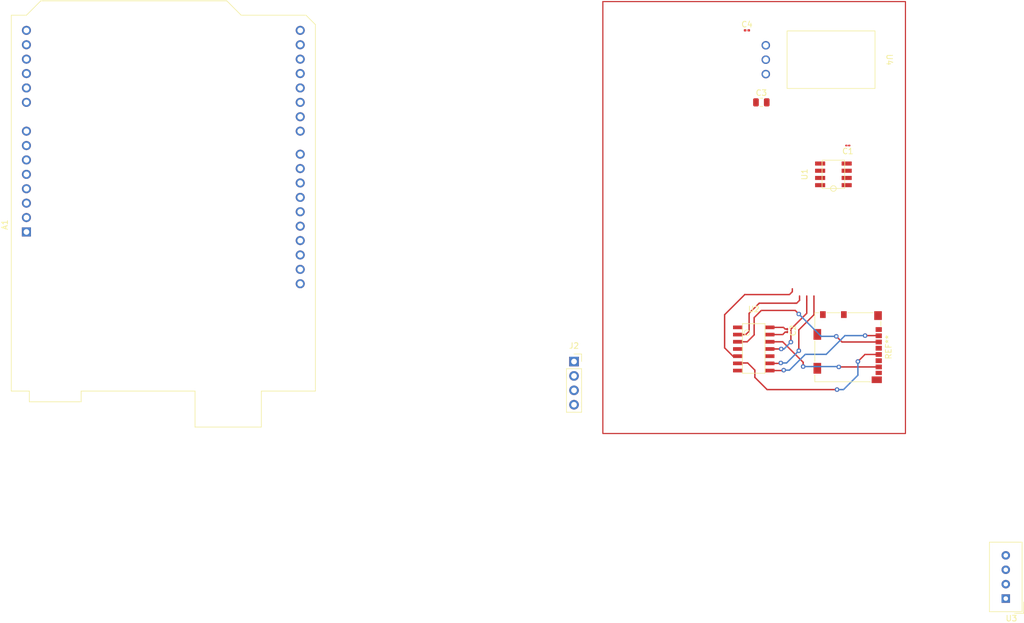
<source format=kicad_pcb>
(kicad_pcb (version 20211014) (generator pcbnew)
  (layers (0 "F.Cu" signal) (31 "B.Cu" signal) (34 "B.Paste" user) (35 "F.Paste" user) (36 "B.SilkS" user "B.Silkscreen") (37 "F.SilkS" user "F.Silkscreen") (38 "B.Mask" user) (39 "F.Mask" user) (44 "Edge.Cuts" user))
  (net 0 "")
  (net 17 "Net-(A1-Pad17)")
  (net 18 "Net-(A1-Pad18)")
  (net 19 "Net-(A1-Pad19)")
  (net 24 "/CS_SD")
  (net 25 "/CS_Thermo")
  (net 26 "/MOSI")
  (net 27 "/MISO")
  (net 28 "/SCK")
  (net 33 "+5V")
  (net 35 "GND")
  (net 36 "Dat2")
  (net 37 "CD")
  (net 38 "CMD")
  (net 39 "+3.3V")
  (net 40 "CLK")
  (net 41 "DAT0")
  (net 42 "DAT1")
  (net 43 "DET1")
  (net 44 "DET0")
  (footprint "Module:Arduino_UNO_R3" (layer "F.Cu") (at 58.42 76.2 90)
    (fp_text reference "A1" (at 1.27 -3.81 90) (layer "F.SilkS"))
    (fp_text value "Arduino_UNO_R3")
    (fp_line (start -34.42 29.72) (end -34.42 41.4) (layer "F.SilkS") (width 0.12))
    (fp_line (start -28.07 -2.67) (end -28.07 0.51) (layer "F.SilkS") (width 0.12))
    (fp_line (start 38.23 49.28) (end 38.23 37.85) (layer "F.SilkS") (width 0.12))
    (fp_line (start -28.07 9.65) (end -28.07 29.72) (layer "F.SilkS") (width 0.12))
    (fp_line (start 40.77 2.54) (end 38.23 0) (layer "F.SilkS") (width 0.12))
    (fp_line (start 40.77 35.31) (end 40.77 2.54) (layer "F.SilkS") (width 0.12))
    (fp_line (start -34.42 41.4) (end -28.07 41.4) (layer "F.SilkS") (width 0.12))
    (fp_line (start -28.07 50.93) (end 36.58 50.93) (layer "F.SilkS") (width 0.12))
    (fp_line (start 38.23 -2.67) (end -28.07 -2.67) (layer "F.SilkS") (width 0.12))
    (fp_line (start -28.07 29.72) (end -34.42 29.72) (layer "F.SilkS") (width 0.12))
    (fp_line (start -29.97 9.65) (end -28.07 9.65) (layer "F.SilkS") (width 0.12))
    (fp_line (start 38.23 37.85) (end 40.77 35.31) (layer "F.SilkS") (width 0.12))
    (fp_line (start 38.23 0) (end 38.23 -2.67) (layer "F.SilkS") (width 0.12))
    (fp_line (start -29.97 0.51) (end -29.97 9.65) (layer "F.SilkS") (width 0.12))
    (fp_line (start -28.07 41.4) (end -28.07 50.93) (layer "F.SilkS") (width 0.12))
    (fp_line (start 36.58 50.93) (end 38.23 49.28) (layer "F.SilkS") (width 0.12))
    (fp_line (start -28.07 0.51) (end -29.97 0.51) (layer "F.SilkS") (width 0.12))
    (pad "1" thru_hole rect (at 0 0 180) (size 1.6 1.6) (drill 1) (layers *.Cu *.Mask))
    (pad "2" thru_hole oval (at 2.54 0 180) (size 1.6 1.6) (drill 1) (layers *.Cu *.Mask))
    (pad "3" thru_hole oval (at 5.08 0 180) (size 1.6 1.6) (drill 1) (layers *.Cu *.Mask))
    (pad "4" thru_hole oval (at 7.62 0 180) (size 1.6 1.6) (drill 1) (layers *.Cu *.Mask))
    (pad "5" thru_hole oval (at 10.16 0 180) (size 1.6 1.6) (drill 1) (layers *.Cu *.Mask))
    (pad "6" thru_hole oval (at 12.7 0 180) (size 1.6 1.6) (drill 1) (layers *.Cu *.Mask))
    (pad "7" thru_hole oval (at 15.24 0 180) (size 1.6 1.6) (drill 1) (layers *.Cu *.Mask))
    (pad "8" thru_hole oval (at 17.78 0 180) (size 1.6 1.6) (drill 1) (layers *.Cu *.Mask))
    (pad "9" thru_hole oval (at 22.86 0 180) (size 1.6 1.6) (drill 1) (layers *.Cu *.Mask))
    (pad "10" thru_hole oval (at 25.4 0 180) (size 1.6 1.6) (drill 1) (layers *.Cu *.Mask))
    (pad "11" thru_hole oval (at 27.94 0 180) (size 1.6 1.6) (drill 1) (layers *.Cu *.Mask))
    (pad "12" thru_hole oval (at 30.48 0 180) (size 1.6 1.6) (drill 1) (layers *.Cu *.Mask))
    (pad "13" thru_hole oval (at 33.02 0 180) (size 1.6 1.6) (drill 1) (layers *.Cu *.Mask))
    (pad "14" thru_hole oval (at 35.56 0 180) (size 1.6 1.6) (drill 1) (layers *.Cu *.Mask))
    (pad "15" thru_hole oval (at 35.56 48.26 180) (size 1.6 1.6) (drill 1) (layers *.Cu *.Mask))
    (pad "16" thru_hole oval (at 33.02 48.26 180) (size 1.6 1.6) (drill 1) (layers *.Cu *.Mask))
    (pad "17" thru_hole oval (at 30.48 48.26 180) (size 1.6 1.6) (drill 1) (layers *.Cu *.Mask) (net 17 "Net-(A1-Pad17)"))
    (pad "18" thru_hole oval (at 27.94 48.26 180) (size 1.6 1.6) (drill 1) (layers *.Cu *.Mask) (net 18 "Net-(A1-Pad18)"))
    (pad "19" thru_hole oval (at 25.4 48.26 180) (size 1.6 1.6) (drill 1) (layers *.Cu *.Mask) (net 19 "Net-(A1-Pad19)"))
    (pad "20" thru_hole oval (at 22.86 48.26 180) (size 1.6 1.6) (drill 1) (layers *.Cu *.Mask))
    (pad "21" thru_hole oval (at 20.32 48.26 180) (size 1.6 1.6) (drill 1) (layers *.Cu *.Mask))
    (pad "22" thru_hole oval (at 17.78 48.26 180) (size 1.6 1.6) (drill 1) (layers *.Cu *.Mask))
    (pad "23" thru_hole oval (at 13.72 48.26 180) (size 1.6 1.6) (drill 1) (layers *.Cu *.Mask))
    (pad "24" thru_hole oval (at 11.18 48.26 180) (size 1.6 1.6) (drill 1) (layers *.Cu *.Mask) (net 24 "/CS_SD"))
    (pad "25" thru_hole oval (at 8.64 48.26 180) (size 1.6 1.6) (drill 1) (layers *.Cu *.Mask) (net 25 "/CS_Thermo"))
    (pad "26" thru_hole oval (at 6.1 48.26 180) (size 1.6 1.6) (drill 1) (layers *.Cu *.Mask) (net 26 "/MOSI"))
    (pad "27" thru_hole oval (at 3.56 48.26 180) (size 1.6 1.6) (drill 1) (layers *.Cu *.Mask) (net 27 "/MISO"))
    (pad "28" thru_hole oval (at 1.02 48.26 180) (size 1.6 1.6) (drill 1) (layers *.Cu *.Mask) (net 28 "/SCK"))
    (pad "29" thru_hole oval (at -1.52 48.26 180) (size 1.6 1.6) (drill 1) (layers *.Cu *.Mask))
    (pad "30" thru_hole oval (at -4.06 48.26 180) (size 1.6 1.6) (drill 1) (layers *.Cu *.Mask))
    (pad "31" thru_hole oval (at -6.6 48.26 180) (size 1.6 1.6) (drill 1) (layers *.Cu *.Mask))
    (pad "32" thru_hole oval (at -9.14 48.26 180) (size 1.6 1.6) (drill 1) (layers *.Cu *.Mask))
  )
  (footprint "DrifterLibrary:LM3940" (layer "F.Cu") (at 207.995 40.735 -90)
    (fp_text reference "U4" (at 5.08 -2.54 -90 unlocked) (layer "F.SilkS"))
    (fp_text value "LM3940")
    (fp_rect (start 0 0) (end 10.16 15.5) (layer "F.SilkS") (width 0.12) (fill none))
    (pad "1" thru_hole circle (at 2.54 19.25 90) (size 1.5 1.5) (drill 1) (layers *.Cu *.Mask))
    (pad "2" thru_hole circle (at 5.08 19.25 90) (size 1.5 1.5) (drill 1) (layers *.Cu *.Mask))
    (pad "3" thru_hole circle (at 7.62 19.25 90) (size 1.5 1.5) (drill 1) (layers *.Cu *.Mask))
  )
  (footprint "Capacitor_SMD:C_0805_2012Metric" (layer "F.Cu") (at 187.96 53.34)
    (fp_text reference "C3" (at 0 -1.68) (layer "F.SilkS"))
    (fp_text value "C_0805_2012Metric")
    (fp_line (start -0.261252 -0.735) (end 0.261252 -0.735) (layer "F.SilkS") (width 0.12))
    (fp_line (start -0.261252 0.735) (end 0.261252 0.735) (layer "F.SilkS") (width 0.12))
    (pad "1" smd roundrect (at -0.95 0) (size 1 1.45) (layers "F.Cu" "F.Paste" "F.Mask"))
    (pad "2" smd roundrect (at 0.95 0) (size 1 1.45) (layers "F.Cu" "F.Paste" "F.Mask"))
  )
  (footprint "Connector_PinSocket_2.54mm:PinSocket_1x04_P2.54mm_Vertical" (layer "F.Cu") (at 154.94 99.06)
    (fp_text reference "J2" (at 0 -2.77) (layer "F.SilkS"))
    (fp_text value "PinSocket_1x04_P2.54mm_Vertical")
    (fp_line (start -1.33 1.27) (end 1.33 1.27) (layer "F.SilkS") (width 0.12))
    (fp_line (start -1.33 1.27) (end -1.33 8.95) (layer "F.SilkS") (width 0.12))
    (fp_line (start -1.33 8.95) (end 1.33 8.95) (layer "F.SilkS") (width 0.12))
    (fp_line (start 0 -1.33) (end 1.33 -1.33) (layer "F.SilkS") (width 0.12))
    (fp_line (start 1.33 -1.33) (end 1.33 0) (layer "F.SilkS") (width 0.12))
    (fp_line (start 1.33 1.27) (end 1.33 8.95) (layer "F.SilkS") (width 0.12))
    (pad "1" thru_hole rect (at 0 0) (size 1.7 1.7) (drill 1) (layers *.Cu *.Mask))
    (pad "2" thru_hole oval (at 0 2.54) (size 1.7 1.7) (drill 1) (layers *.Cu *.Mask))
    (pad "3" thru_hole oval (at 0 5.08) (size 1.7 1.7) (drill 1) (layers *.Cu *.Mask))
    (pad "4" thru_hole oval (at 0 7.62) (size 1.7 1.7) (drill 1) (layers *.Cu *.Mask))
  )
  (footprint "DrifterLibrary:Max6675" (layer "F.Cu") (at 200.66 66.04 90)
    (fp_text reference "U1" (at 0 -5.08 90 unlocked) (layer "F.SilkS"))
    (fp_text value "Max6675")
    (fp_rect (start -2.5 -2) (end 2.5 2) (layer "F.SilkS") (width 0.12) (fill none))
    (fp_circle (center -2.5 0) (end -2 0) (layer "F.SilkS") (width 0.12) (fill none))
    (pad "1" smd rect (at -1.905 2.34 270) (size 0.72 1.78) (layers "F.Cu" "F.Paste" "F.Mask"))
    (pad "2" smd rect (at -0.635 2.34 270) (size 0.72 1.78) (layers "F.Cu" "F.Paste" "F.Mask"))
    (pad "3" smd rect (at 0.635 2.34 270) (size 0.72 1.78) (layers "F.Cu" "F.Paste" "F.Mask"))
    (pad "4" smd rect (at 1.905 2.34 270) (size 0.72 1.78) (layers "F.Cu" "F.Paste" "F.Mask"))
    (pad "5" smd rect (at 1.905 -2.34 270) (size 0.72 1.78) (layers "F.Cu" "F.Paste" "F.Mask"))
    (pad "6" smd rect (at 0.635 -2.34 270) (size 0.72 1.78) (layers "F.Cu" "F.Paste" "F.Mask"))
    (pad "7" smd rect (at -0.635 -2.34 270) (size 0.72 1.78) (layers "F.Cu" "F.Paste" "F.Mask"))
    (pad "8" smd rect (at -1.905 -2.34 270) (size 0.72 1.78) (layers "F.Cu" "F.Paste" "F.Mask"))
  )
  (footprint "Capacitor_SMD:C_0201_0603Metric" (layer "F.Cu") (at 185.42 40.64)
    (fp_text reference "C4" (at 0 -1.05) (layer "F.SilkS"))
    (fp_text value "C_0201_0603Metric")
    (pad "1" smd roundrect (at -0.32 0) (size 0.46 0.4) (layers "F.Cu" "F.Mask"))
    (pad "2" smd roundrect (at 0.32 0) (size 0.46 0.4) (layers "F.Cu" "F.Mask"))
  )
  (footprint "Capacitor_SMD:C_01005_0402Metric" (layer "F.Cu") (at 203.2 60.96 180)
    (fp_text reference "C1" (at 0 -1) (layer "F.SilkS"))
    (fp_text value "100nF")
    (pad "1" smd roundrect (at -0.25 0 180) (size 0.4 0.3) (layers "F.Cu" "F.Mask"))
    (pad "2" smd roundrect (at 0.25 0 180) (size 0.4 0.3) (layers "F.Cu" "F.Mask"))
  )
  (footprint "Capacitor_SMD:C_01005_0402Metric" (layer "F.Cu") (at 192.532 93.603 -90)
    (fp_text reference "C2" (at 0 -1 90) (layer "F.SilkS"))
    (fp_text value "100nF")
    (pad "1" smd roundrect (at -0.25 0 270) (size 0.4 0.3) (layers "F.Cu" "F.Mask") (net 39 "+3.3V"))
    (pad "2" smd roundrect (at 0.25 0 270) (size 0.4 0.3) (layers "F.Cu" "F.Mask") (net 35 "GND"))
  )
  (footprint "Sensor:Aosong_DHT11_5.5x12.0_P2.54mm" (layer "F.Cu") (at 231.0425 140.8725 180)
    (fp_text reference "U3" (at -1 -3.5) (layer "F.SilkS"))
    (fp_text value "DHT11")
    (fp_line (start -2.87 -2.32) (end 2.87 -2.32) (layer "F.SilkS") (width 0.12))
    (fp_line (start 2.88 -2.32) (end 2.88 9.94) (layer "F.SilkS") (width 0.12))
    (fp_line (start -3.16 -2.6) (end -1.55 -2.6) (layer "F.SilkS") (width 0.12))
    (fp_line (start -2.88 9.94) (end -2.88 -2.31) (layer "F.SilkS") (width 0.12))
    (fp_line (start 2.88 9.94) (end -2.88 9.94) (layer "F.SilkS") (width 0.12))
    (fp_line (start -3.16 -2.6) (end -3.16 -0.6) (layer "F.SilkS") (width 0.12))
    (pad "1" thru_hole rect (at 0 0 180) (size 1.5 1.5) (drill 0.8) (layers *.Cu *.Mask) (net 33 "+5V"))
    (pad "2" thru_hole circle (at 0 2.54 180) (size 1.5 1.5) (drill 0.8) (layers *.Cu *.Mask) (net 17 "Net-(A1-Pad17)"))
    (pad "3" thru_hole circle (at 0 5.08 180) (size 1.5 1.5) (drill 0.8) (layers *.Cu *.Mask))
    (pad "4" thru_hole circle (at 0 7.62 180) (size 1.5 1.5) (drill 0.8) (layers *.Cu *.Mask) (net 35 "GND"))
  )
  (footprint "Connector_Card:microSD_HC_Molex_104031-0811" (layer "F.Cu") (at 203.2 96.52 -90)
    (fp_text reference "REF**" (at 0 -7.18 90) (layer "F.SilkS"))
    (fp_text value "microSD_HC_Molex_104031-0811")
    (fp_line (start 4.88 5.82) (end 6.11 5.82) (layer "F.SilkS") (width 0.12))
    (fp_line (start -6.07 1.4) (end -6.07 3.7) (layer "F.SilkS") (width 0.12))
    (fp_line (start 6.11 5.82) (end 6.11 -4) (layer "F.SilkS") (width 0.12))
    (fp_line (start -6.07 5.82) (end -3.39 5.82) (layer "F.SilkS") (width 0.12))
    (fp_line (start -6.07 -4.45) (end -6.07 0) (layer "F.SilkS") (width 0.12))
    (fp_line (start -4.59 -5.82) (end -3.73 -5.82) (layer "F.SilkS") (width 0.12))
    (fp_line (start -1.09 5.82) (end 2.58 5.82) (layer "F.SilkS") (width 0.12))
    (fp_line (start -6.07 5.1) (end -6.07 5.82) (layer "F.SilkS") (width 0.12))
    (pad "1" smd rect (at -3.105 -5.45 270) (size 0.85 1.1) (layers "F.Cu" "F.Paste" "F.Mask") (net 36 "Dat2"))
    (pad "2" smd rect (at -2.005 -5.45 270) (size 0.85 1.1) (layers "F.Cu" "F.Paste" "F.Mask") (net 37 "CD"))
    (pad "3" smd rect (at -0.905 -5.45 270) (size 0.85 1.1) (layers "F.Cu" "F.Paste" "F.Mask") (net 38 "CMD"))
    (pad "4" smd rect (at 0.195 -5.45 270) (size 0.85 1.1) (layers "F.Cu" "F.Paste" "F.Mask") (net 39 "+3.3V"))
    (pad "5" smd rect (at 1.295 -5.45 270) (size 0.85 1.1) (layers "F.Cu" "F.Paste" "F.Mask") (net 40 "CLK"))
    (pad "6" smd rect (at 2.395 -5.45 270) (size 0.85 1.1) (layers "F.Cu" "F.Paste" "F.Mask") (net 35 "GND"))
    (pad "7" smd rect (at 3.495 -5.45 270) (size 0.85 1.1) (layers "F.Cu" "F.Paste" "F.Mask") (net 41 "DAT0"))
    (pad "8" smd rect (at 4.545 -5.45 270) (size 0.75 1.1) (layers "F.Cu" "F.Paste" "F.Mask") (net 42 "DAT1"))
    (pad "9" smd rect (at -5.74 0.7 270) (size 1.2 1) (layers "F.Cu" "F.Paste" "F.Mask") (net 44 "DET0"))
    (pad "10" smd rect (at -5.74 4.4 270) (size 1.2 1) (layers "F.Cu" "F.Paste" "F.Mask") (net 43 "DET1"))
    (pad "11" smd rect (at 3.73 5.375 270) (size 1.9 1.35) (layers "F.Cu" "F.Paste" "F.Mask") (net 35 "GND"))
    (pad "11" smd rect (at -2.24 5.375 270) (size 1.9 1.35) (layers "F.Cu" "F.Paste" "F.Mask") (net 35 "GND"))
    (pad "11" smd rect (at 5.755 -5.1 270) (size 1.17 1.8) (layers "F.Cu" "F.Paste" "F.Mask") (net 35 "GND"))
    (pad "11" smd rect (at -5.565 -5.325 270) (size 1.55 1.35) (layers "F.Cu" "F.Paste" "F.Mask") (net 35 "GND"))
  )
  (footprint "DrifterLibrary:74VHC125" (layer "F.Cu") (at 185.42 96.52)
    (fp_text reference "U2" (at 1.2 -6.68 unlocked) (layer "F.SilkS"))
    (fp_text value "74VHC125")
    (fp_rect (start 3.2 -4.14) (end -0.8 4.61) (layer "F.SilkS") (width 0.12) (fill none))
    (fp_circle (center 0 -2.54) (end 0 -2.04) (layer "F.SilkS") (width 0.12) (fill none))
    (fp_circle (center 1.2 -4.14) (end 1.2 -4.14) (layer "F.SilkS") (width 0.12) (fill none))
    (pad "1" smd rect (at -1.6 -3.485 90) (size 0.65 1.7) (layers "F.Cu" "F.Paste" "F.Mask") (net 35 "GND"))
    (pad "2" smd rect (at -1.6 -2.215 90) (size 0.65 1.7) (layers "F.Cu" "F.Paste" "F.Mask") (net 26 "/MOSI"))
    (pad "3" smd rect (at -1.6 -0.945 90) (size 0.65 1.7) (layers "F.Cu" "F.Paste" "F.Mask") (net 38 "CMD"))
    (pad "4" smd rect (at -1.6 0.325 90) (size 0.65 1.7) (layers "F.Cu" "F.Paste" "F.Mask") (net 35 "GND"))
    (pad "5" smd rect (at -1.6 1.595 90) (size 0.65 1.7) (layers "F.Cu" "F.Paste" "F.Mask") (net 28 "/SCK"))
    (pad "6" smd rect (at -1.6 2.865 90) (size 0.65 1.7) (layers "F.Cu" "F.Paste" "F.Mask") (net 40 "CLK"))
    (pad "7" smd rect (at -1.6 4.135 90) (size 0.65 1.7) (layers "F.Cu" "F.Paste" "F.Mask") (net 35 "GND"))
    (pad "8" smd rect (at 4 4.135 90) (size 0.65 1.7) (layers "F.Cu" "F.Paste" "F.Mask") (net 37 "CD"))
    (pad "9" smd rect (at 4 2.865 90) (size 0.65 1.7) (layers "F.Cu" "F.Paste" "F.Mask") (net 24 "/CS_SD"))
    (pad "10" smd rect (at 4 1.595 90) (size 0.65 1.7) (layers "F.Cu" "F.Paste" "F.Mask") (net 35 "GND"))
    (pad "11" smd rect (at 4 0.325 90) (size 0.65 1.7) (layers "F.Cu" "F.Paste" "F.Mask") (net 27 "/MISO"))
    (pad "12" smd rect (at 4 -0.945 90) (size 0.65 1.7) (layers "F.Cu" "F.Paste" "F.Mask") (net 41 "DAT0"))
    (pad "13" smd rect (at 4 -2.215 90) (size 0.65 1.7) (layers "F.Cu" "F.Paste" "F.Mask") (net 35 "GND"))
    (pad "14" smd rect (at 4 -3.485 90) (size 0.65 1.7) (layers "F.Cu" "F.Paste" "F.Mask") (net 39 "+3.3V"))
  )
  (gr_rect (start 213.36 35.56) (end 160.02 111.76) (layer "F.Cu") (width 0.2) (fill none))
  (segment (start 189.42 99.385) (end 191.318 99.385) (width 0.25) (layer "F.Cu") (net 24))
  (segment (start 194.564 97.155) (end 194.564 93.472) (width 0.25) (layer "F.Cu") (net 24))
  (segment (start 194.564 93.472) (end 197.231 90.805) (width 0.25) (layer "F.Cu") (net 24))
  (segment (start 191.318 99.385) (end 191.389 99.314) (width 0.25) (layer "F.Cu") (net 24))
  (segment (start 197.231 90.805) (end 197.231 87.503) (width 0.25) (layer "F.Cu") (net 24))
  (via (at 194.564 97.155) (size 0.8) (drill 0.4) (layers "F.Cu" "B.Cu") (net 24))
  (via (at 191.389 99.314) (size 0.8) (drill 0.4) (layers "F.Cu" "B.Cu") (net 24))
  (segment (start 192.405 99.314) (end 194.564 97.155) (width 0.25) (layer "B.Cu") (net 24))
  (segment (start 191.389 99.314) (end 192.405 99.314) (width 0.25) (layer "B.Cu") (net 24))
  (segment (start 187.579 88.773) (end 193.929 88.773) (width 0.25) (layer "F.Cu") (net 26))
  (segment (start 185.222 94.305) (end 185.801 93.726) (width 0.25) (layer "F.Cu") (net 26))
  (segment (start 194.691 88.265) (end 194.691 87.503) (width 0.25) (layer "F.Cu") (net 26))
  (segment (start 193.929 88.773) (end 194.183 88.773) (width 0.25) (layer "F.Cu") (net 26))
  (segment (start 185.801 90.551) (end 187.452 88.9) (width 0.25) (layer "F.Cu") (net 26))
  (segment (start 185.801 90.678) (end 185.801 90.551) (width 0.25) (layer "F.Cu") (net 26))
  (segment (start 187.452 88.9) (end 187.579 88.773) (width 0.25) (layer "F.Cu") (net 26))
  (segment (start 185.801 93.726) (end 185.801 90.678) (width 0.25) (layer "F.Cu") (net 26))
  (segment (start 194.183 88.773) (end 194.691 88.265) (width 0.25) (layer "F.Cu") (net 26))
  (segment (start 183.82 94.305) (end 185.222 94.305) (width 0.25) (layer "F.Cu") (net 26))
  (segment (start 195.961 88.265) (end 195.961 87.503) (width 0.25) (layer "F.Cu") (net 27))
  (segment (start 189.42 96.845) (end 191.46 96.845) (width 0.25) (layer "F.Cu") (net 27))
  (segment (start 195.961 90.551) (end 195.961 88.265) (width 0.25) (layer "F.Cu") (net 27))
  (segment (start 193.167 93.345) (end 195.961 90.551) (width 0.25) (layer "F.Cu") (net 27))
  (segment (start 193.167 95.631) (end 193.167 93.345) (width 0.25) (layer "F.Cu") (net 27))
  (via (at 193.167 95.631) (size 0.8) (drill 0.4) (layers "F.Cu" "B.Cu") (net 27))
  (via (at 191.46 96.845) (size 0.8) (drill 0.4) (layers "F.Cu" "B.Cu") (net 27))
  (segment (start 191.953 96.845) (end 193.167 95.631) (width 0.25) (layer "B.Cu") (net 27))
  (segment (start 191.46 96.845) (end 191.953 96.845) (width 0.25) (layer "B.Cu") (net 27))
  (segment (start 182.951 98.115) (end 181.483 96.647) (width 0.25) (layer "F.Cu") (net 28))
  (segment (start 181.483 96.647) (end 181.483 90.805) (width 0.25) (layer "F.Cu") (net 28))
  (segment (start 181.483 90.805) (end 185.039 87.249) (width 0.25) (layer "F.Cu") (net 28))
  (segment (start 183.82 98.115) (end 182.951 98.115) (width 0.25) (layer "F.Cu") (net 28))
  (segment (start 192.913 87.249) (end 193.421 86.741) (width 0.25) (layer "F.Cu") (net 28))
  (segment (start 193.421 86.741) (end 193.421 86.233) (width 0.25) (layer "F.Cu") (net 28))
  (segment (start 185.039 87.249) (end 192.913 87.249) (width 0.25) (layer "F.Cu") (net 28))
  (segment (start 191.72352 94.305) (end 192.151 93.87752) (width 0.25) (layer "F.Cu") (net 35))
  (segment (start 192.151 93.87752) (end 192.532 93.87752) (width 0.25) (layer "F.Cu") (net 35))
  (segment (start 189.42 94.305) (end 191.72352 94.305) (width 0.25) (layer "F.Cu") (net 35))
  (segment (start 191.897 100.584) (end 191.826 100.655) (width 0.25) (layer "F.Cu") (net 37))
  (segment (start 206.248 94.488) (end 208.623 94.488) (width 0.25) (layer "F.Cu") (net 37))
  (segment (start 208.623 94.488) (end 208.65 94.515) (width 0.25) (layer "F.Cu") (net 37))
  (segment (start 191.826 100.655) (end 189.42 100.655) (width 0.25) (layer "F.Cu") (net 37))
  (via (at 191.897 100.584) (size 0.8) (drill 0.4) (layers "F.Cu" "B.Cu") (net 37))
  (via (at 206.248 94.488) (size 0.8) (drill 0.4) (layers "F.Cu" "B.Cu") (net 37))
  (segment (start 195.707 97.79) (end 199.39 97.79) (width 0.25) (layer "B.Cu") (net 37))
  (segment (start 202.692 94.488) (end 206.248 94.488) (width 0.25) (layer "B.Cu") (net 37))
  (segment (start 192.913 100.584) (end 195.707 97.79) (width 0.25) (layer "B.Cu") (net 37))
  (segment (start 199.39 97.79) (end 202.692 94.488) (width 0.25) (layer "B.Cu") (net 37))
  (segment (start 191.897 100.584) (end 192.913 100.584) (width 0.25) (layer "B.Cu") (net 37))
  (segment (start 202.168 95.615) (end 208.65 95.615) (width 0.25) (layer "F.Cu") (net 38))
  (segment (start 186.69 94.361) (end 185.476 95.575) (width 0.25) (layer "F.Cu") (net 38))
  (segment (start 193.929 90.043) (end 194.564 90.678) (width 0.25) (layer "F.Cu") (net 38))
  (segment (start 185.476 95.575) (end 183.82 95.575) (width 0.25) (layer "F.Cu") (net 38))
  (segment (start 186.69 91.313) (end 187.96 90.043) (width 0.25) (layer "F.Cu") (net 38))
  (segment (start 187.96 90.043) (end 193.929 90.043) (width 0.25) (layer "F.Cu") (net 38))
  (segment (start 201.168 94.615) (end 202.168 95.615) (width 0.25) (layer "F.Cu") (net 38))
  (segment (start 186.69 94.361) (end 186.69 91.313) (width 0.25) (layer "F.Cu") (net 38))
  (via (at 194.564 90.678) (size 0.8) (drill 0.4) (layers "F.Cu" "B.Cu") (net 38))
  (via (at 201.168 94.615) (size 0.8) (drill 0.4) (layers "F.Cu" "B.Cu") (net 38))
  (segment (start 194.564 90.678) (end 198.501 94.615) (width 0.25) (layer "B.Cu") (net 38))
  (segment (start 198.501 94.615) (end 201.168 94.615) (width 0.25) (layer "B.Cu") (net 38))
  (segment (start 191.85752 93.035) (end 192.151 93.32848) (width 0.25) (layer "F.Cu") (net 39))
  (segment (start 192.151 93.32848) (end 192.532 93.32848) (width 0.25) (layer "F.Cu") (net 39))
  (segment (start 189.42 93.035) (end 191.85752 93.035) (width 0.25) (layer "F.Cu") (net 39))
  (segment (start 183.82 99.385) (end 184.345 99.385) (width 0.25) (layer "F.Cu") (net 40))
  (segment (start 186.817 101.854) (end 188.976 104.013) (width 0.25) (layer "F.Cu") (net 40))
  (segment (start 188.976 104.013) (end 201.295 104.013) (width 0.25) (layer "F.Cu") (net 40))
  (segment (start 206.223 97.815) (end 208.65 97.815) (width 0.25) (layer "F.Cu") (net 40))
  (segment (start 186.817 100.584) (end 186.817 101.854) (width 0.25) (layer "F.Cu") (net 40))
  (segment (start 185.547 99.314) (end 186.817 100.584) (width 0.25) (layer "F.Cu") (net 40))
  (segment (start 184.345 99.385) (end 184.416 99.314) (width 0.25) (layer "F.Cu") (net 40))
  (segment (start 184.416 99.314) (end 185.547 99.314) (width 0.25) (layer "F.Cu") (net 40))
  (segment (start 204.978 99.06) (end 206.223 97.815) (width 0.25) (layer "F.Cu") (net 40))
  (via (at 201.295 104.013) (size 0.8) (drill 0.4) (layers "F.Cu" "B.Cu") (net 40))
  (via (at 204.978 99.06) (size 0.8) (drill 0.4) (layers "F.Cu" "B.Cu") (net 40))
  (segment (start 204.978 101.473) (end 204.978 99.06) (width 0.25) (layer "B.Cu") (net 40))
  (segment (start 201.295 104.013) (end 202.438 104.013) (width 0.25) (layer "B.Cu") (net 40))
  (segment (start 202.438 104.013) (end 204.978 101.473) (width 0.25) (layer "B.Cu") (net 40))
  (segment (start 201.615 100.015) (end 208.65 100.015) (width 0.25) (layer "F.Cu") (net 41))
  (segment (start 195.326 99.187) (end 191.714 95.575) (width 0.25) (layer "F.Cu") (net 41))
  (segment (start 191.714 95.575) (end 189.42 95.575) (width 0.25) (layer "F.Cu") (net 41))
  (segment (start 195.326 99.949) (end 195.326 99.187) (width 0.25) (layer "F.Cu") (net 41))
  (via (at 201.615 100.015) (size 0.8) (drill 0.4) (layers "F.Cu" "B.Cu") (net 41))
  (via (at 195.326 99.949) (size 0.8) (drill 0.4) (layers "F.Cu" "B.Cu") (net 41))
  (segment (start 195.326 99.949) (end 201.549 99.949) (width 0.25) (layer "B.Cu") (net 41))
  (segment (start 201.549 99.949) (end 201.615 100.015) (width 0.25) (layer "B.Cu") (net 41))
)
</source>
